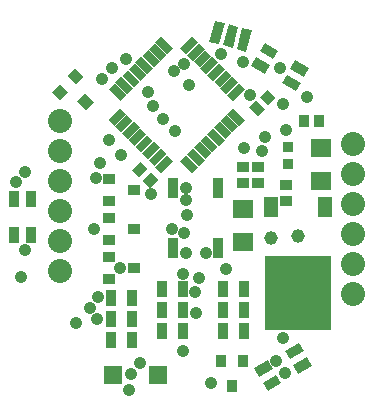
<source format=gts>
G75*
G70*
%OFA0B0*%
%FSLAX24Y24*%
%IPPOS*%
%LPD*%
%AMOC8*
5,1,8,0,0,1.08239X$1,22.5*
%
%ADD10C,0.0800*%
%ADD11R,0.0414X0.0336*%
%ADD12R,0.0360X0.0660*%
%ADD13R,0.0336X0.0414*%
%ADD14R,0.0336X0.0729*%
%ADD15R,0.0560X0.0280*%
%ADD16R,0.0280X0.0560*%
%ADD17R,0.0336X0.0532*%
%ADD18R,0.2186X0.2501*%
%ADD19R,0.0454X0.0690*%
%ADD20R,0.0690X0.0611*%
%ADD21R,0.0375X0.0375*%
%ADD22R,0.0375X0.0532*%
%ADD23R,0.0375X0.0414*%
%ADD24R,0.0611X0.0611*%
%ADD25R,0.0414X0.0375*%
%ADD26C,0.0417*%
%ADD27C,0.0456*%
D10*
X003059Y005809D03*
X003059Y006809D03*
X003059Y007809D03*
X003059Y008809D03*
X003059Y009809D03*
X003059Y010809D03*
X012834Y010034D03*
X012834Y009034D03*
X012834Y008034D03*
X012834Y007034D03*
X012834Y006034D03*
X012834Y005034D03*
D11*
X010609Y008153D03*
X010609Y008665D03*
X009659Y008753D03*
X009159Y008753D03*
X009159Y009265D03*
X009659Y009265D03*
D12*
X008333Y008583D03*
X006833Y008583D03*
X006833Y006583D03*
X008333Y006583D03*
D13*
G36*
X006117Y009093D02*
X006355Y008855D01*
X006063Y008563D01*
X005825Y008801D01*
X006117Y009093D01*
G37*
G36*
X005755Y009455D02*
X005993Y009217D01*
X005701Y008925D01*
X005463Y009163D01*
X005755Y009455D01*
G37*
G36*
X009893Y011201D02*
X009655Y010963D01*
X009363Y011255D01*
X009601Y011493D01*
X009893Y011201D01*
G37*
G36*
X010255Y011563D02*
X010017Y011325D01*
X009725Y011617D01*
X009963Y011855D01*
X010255Y011563D01*
G37*
X011203Y010809D03*
X011715Y010809D03*
D14*
G36*
X009283Y013122D02*
X008959Y013209D01*
X009147Y013912D01*
X009471Y013825D01*
X009283Y013122D01*
G37*
G36*
X008827Y013244D02*
X008503Y013331D01*
X008691Y014034D01*
X009015Y013947D01*
X008827Y013244D01*
G37*
G36*
X008371Y013366D02*
X008047Y013453D01*
X008235Y014156D01*
X008559Y014069D01*
X008371Y013366D01*
G37*
D15*
G36*
X007524Y012790D02*
X007918Y013184D01*
X008116Y012986D01*
X007722Y012592D01*
X007524Y012790D01*
G37*
G36*
X007301Y013013D02*
X007695Y013407D01*
X007893Y013209D01*
X007499Y012815D01*
X007301Y013013D01*
G37*
G36*
X007079Y013236D02*
X007473Y013630D01*
X007671Y013432D01*
X007277Y013038D01*
X007079Y013236D01*
G37*
G36*
X007747Y012567D02*
X008141Y012961D01*
X008339Y012763D01*
X007945Y012369D01*
X007747Y012567D01*
G37*
G36*
X007969Y012345D02*
X008363Y012739D01*
X008561Y012541D01*
X008167Y012147D01*
X007969Y012345D01*
G37*
G36*
X008192Y012122D02*
X008586Y012516D01*
X008784Y012318D01*
X008390Y011924D01*
X008192Y012122D01*
G37*
G36*
X008415Y011899D02*
X008809Y012293D01*
X009007Y012095D01*
X008613Y011701D01*
X008415Y011899D01*
G37*
G36*
X008638Y011677D02*
X009032Y012071D01*
X009230Y011873D01*
X008836Y011479D01*
X008638Y011677D01*
G37*
G36*
X006247Y009287D02*
X006641Y009681D01*
X006839Y009483D01*
X006445Y009089D01*
X006247Y009287D01*
G37*
G36*
X006025Y009509D02*
X006419Y009903D01*
X006617Y009705D01*
X006223Y009311D01*
X006025Y009509D01*
G37*
G36*
X005802Y009732D02*
X006196Y010126D01*
X006394Y009928D01*
X006000Y009534D01*
X005802Y009732D01*
G37*
G36*
X005579Y009955D02*
X005973Y010349D01*
X006171Y010151D01*
X005777Y009757D01*
X005579Y009955D01*
G37*
G36*
X005357Y010177D02*
X005751Y010571D01*
X005949Y010373D01*
X005555Y009979D01*
X005357Y010177D01*
G37*
G36*
X005134Y010400D02*
X005528Y010794D01*
X005726Y010596D01*
X005332Y010202D01*
X005134Y010400D01*
G37*
G36*
X004911Y010623D02*
X005305Y011017D01*
X005503Y010819D01*
X005109Y010425D01*
X004911Y010623D01*
G37*
G36*
X004689Y010845D02*
X005083Y011239D01*
X005281Y011041D01*
X004887Y010647D01*
X004689Y010845D01*
G37*
D16*
G36*
X004689Y011873D02*
X004887Y012071D01*
X005281Y011677D01*
X005083Y011479D01*
X004689Y011873D01*
G37*
G36*
X004911Y012095D02*
X005109Y012293D01*
X005503Y011899D01*
X005305Y011701D01*
X004911Y012095D01*
G37*
G36*
X005134Y012318D02*
X005332Y012516D01*
X005726Y012122D01*
X005528Y011924D01*
X005134Y012318D01*
G37*
G36*
X005357Y012541D02*
X005555Y012739D01*
X005949Y012345D01*
X005751Y012147D01*
X005357Y012541D01*
G37*
G36*
X005579Y012763D02*
X005777Y012961D01*
X006171Y012567D01*
X005973Y012369D01*
X005579Y012763D01*
G37*
G36*
X005802Y012986D02*
X006000Y013184D01*
X006394Y012790D01*
X006196Y012592D01*
X005802Y012986D01*
G37*
G36*
X006025Y013209D02*
X006223Y013407D01*
X006617Y013013D01*
X006419Y012815D01*
X006025Y013209D01*
G37*
G36*
X006247Y013432D02*
X006445Y013630D01*
X006839Y013236D01*
X006641Y013038D01*
X006247Y013432D01*
G37*
G36*
X008638Y011041D02*
X008836Y011239D01*
X009230Y010845D01*
X009032Y010647D01*
X008638Y011041D01*
G37*
G36*
X008415Y010819D02*
X008613Y011017D01*
X009007Y010623D01*
X008809Y010425D01*
X008415Y010819D01*
G37*
G36*
X008192Y010596D02*
X008390Y010794D01*
X008784Y010400D01*
X008586Y010202D01*
X008192Y010596D01*
G37*
G36*
X007969Y010373D02*
X008167Y010571D01*
X008561Y010177D01*
X008363Y009979D01*
X007969Y010373D01*
G37*
G36*
X007747Y010151D02*
X007945Y010349D01*
X008339Y009955D01*
X008141Y009757D01*
X007747Y010151D01*
G37*
G36*
X007524Y009928D02*
X007722Y010126D01*
X008116Y009732D01*
X007918Y009534D01*
X007524Y009928D01*
G37*
G36*
X007301Y009705D02*
X007499Y009903D01*
X007893Y009509D01*
X007695Y009311D01*
X007301Y009705D01*
G37*
G36*
X007079Y009483D02*
X007277Y009681D01*
X007671Y009287D01*
X007473Y009089D01*
X007079Y009483D01*
G37*
D17*
G36*
X009446Y012654D02*
X009614Y012944D01*
X010074Y012678D01*
X009906Y012388D01*
X009446Y012654D01*
G37*
G36*
X009721Y013131D02*
X009889Y013421D01*
X010349Y013155D01*
X010181Y012865D01*
X009721Y013131D01*
G37*
G36*
X010469Y012063D02*
X010637Y012353D01*
X011097Y012087D01*
X010929Y011797D01*
X010469Y012063D01*
G37*
G36*
X010744Y012540D02*
X010912Y012830D01*
X011372Y012564D01*
X011204Y012274D01*
X010744Y012540D01*
G37*
X002085Y008200D03*
X001533Y008200D03*
X001533Y007018D03*
X002085Y007018D03*
G36*
X009714Y002274D02*
X009546Y002564D01*
X010006Y002830D01*
X010174Y002540D01*
X009714Y002274D01*
G37*
G36*
X009989Y001797D02*
X009821Y002087D01*
X010281Y002353D01*
X010449Y002063D01*
X009989Y001797D01*
G37*
G36*
X011012Y002388D02*
X010844Y002678D01*
X011304Y002944D01*
X011472Y002654D01*
X011012Y002388D01*
G37*
G36*
X010737Y002865D02*
X010569Y003155D01*
X011029Y003421D01*
X011197Y003131D01*
X010737Y002865D01*
G37*
D18*
X011009Y005075D03*
D19*
X010111Y007949D03*
X011907Y007949D03*
D20*
X011759Y008808D03*
X011759Y009910D03*
X009159Y007860D03*
X009159Y006758D03*
D21*
X010659Y009364D03*
X010659Y009954D03*
D22*
X009213Y005209D03*
X008505Y005209D03*
X008505Y004509D03*
X008505Y003809D03*
X009213Y003809D03*
X009213Y004509D03*
X007163Y004509D03*
X007163Y003809D03*
X006455Y003809D03*
X006455Y004509D03*
X006455Y005209D03*
X007163Y005209D03*
X005463Y004909D03*
X005463Y004209D03*
X005463Y003509D03*
X004755Y003509D03*
X004755Y004209D03*
X004755Y004909D03*
D23*
X008435Y002803D03*
X009183Y002803D03*
X008809Y001976D03*
G36*
X003637Y011467D02*
X003901Y011731D01*
X004193Y011439D01*
X003929Y011175D01*
X003637Y011467D01*
G37*
G36*
X002788Y011787D02*
X003052Y012051D01*
X003344Y011759D01*
X003080Y011495D01*
X002788Y011787D01*
G37*
G36*
X003317Y012316D02*
X003581Y012580D01*
X003873Y012288D01*
X003609Y012024D01*
X003317Y012316D01*
G37*
D24*
X004839Y002327D03*
X006335Y002327D03*
D25*
X004715Y005535D03*
X004715Y006283D03*
X004715Y006835D03*
X004715Y007583D03*
X004715Y008135D03*
X004715Y008883D03*
X005542Y008509D03*
X005542Y007209D03*
X005542Y005909D03*
D26*
X003609Y004059D03*
X004059Y004559D03*
X004309Y004209D03*
X004319Y004929D03*
X005069Y005899D03*
X004209Y007209D03*
X004259Y008909D03*
X004409Y009409D03*
X005109Y009684D03*
X004709Y010159D03*
X006159Y011309D03*
X006009Y011759D03*
X006509Y010859D03*
X006909Y010459D03*
X007359Y012009D03*
X006859Y012459D03*
X007209Y012709D03*
X008449Y013049D03*
X009159Y012759D03*
X009409Y011659D03*
X010409Y012559D03*
X011309Y011609D03*
X010509Y011359D03*
X010609Y010509D03*
X009909Y010259D03*
X009809Y009809D03*
X009209Y009909D03*
X007259Y008559D03*
X007259Y008159D03*
X007309Y007659D03*
X007209Y007059D03*
X006809Y007209D03*
X007259Y006409D03*
X007159Y005699D03*
X007709Y005559D03*
X007579Y005099D03*
X007599Y004409D03*
X007169Y003149D03*
X008109Y002059D03*
X010279Y002819D03*
X010569Y002409D03*
X010509Y003559D03*
X008609Y005859D03*
X007919Y006409D03*
X006109Y008359D03*
X004459Y012209D03*
X004809Y012559D03*
X005259Y012859D03*
X001909Y009109D03*
X001589Y008759D03*
X001909Y006509D03*
X001759Y005609D03*
X005449Y002379D03*
X005729Y002729D03*
X005369Y001829D03*
D27*
X010103Y006893D03*
X011013Y006963D03*
M02*

</source>
